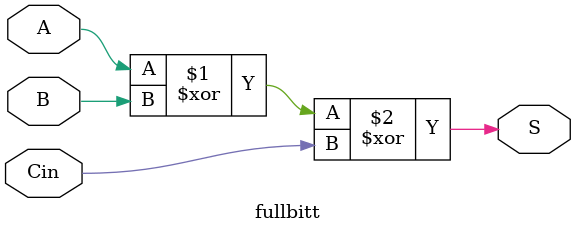
<source format=v>
`timescale 1ns / 1ps


module fullbitt(
    input A,
    input B,
    input Cin,
    output S
    );

    assign S = A^B^Cin; //XOR logic

endmodule

</source>
